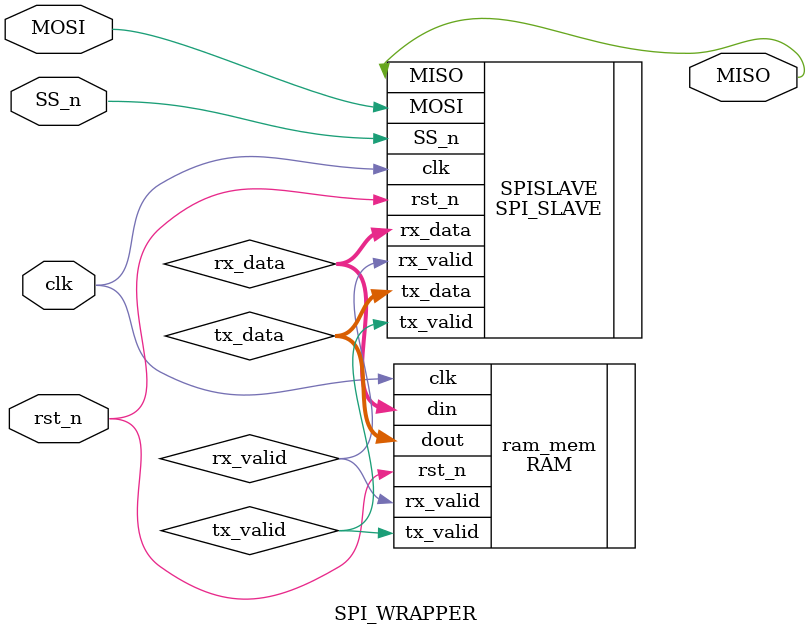
<source format=v>
module SPI_WRAPPER(
  input    MOSI,
  input    clk,
  input    rst_n,
  input    SS_n,
  output   MISO
);

wire        rx_valid, tx_valid;
wire [9:0]  rx_data;
wire [7:0]  tx_data;

SPI_SLAVE SPISLAVE (
    .clk(clk),
    .rst_n(rst_n),
    .MOSI(MOSI),
    .rx_data(rx_data),
    .tx_data(tx_data),
    .SS_n(SS_n),
    .rx_valid(rx_valid),
    .tx_valid(tx_valid),
    .MISO(MISO)
);

RAM #(
    .ADDR_SIZE(8),
    .MEM_DEPTH(256)
) ram_mem (
    .clk(clk),
    .rst_n(rst_n),
    .din(rx_data),
    .dout(tx_data),      
    .rx_valid(rx_valid),
    .tx_valid(tx_valid)
);

endmodule

</source>
